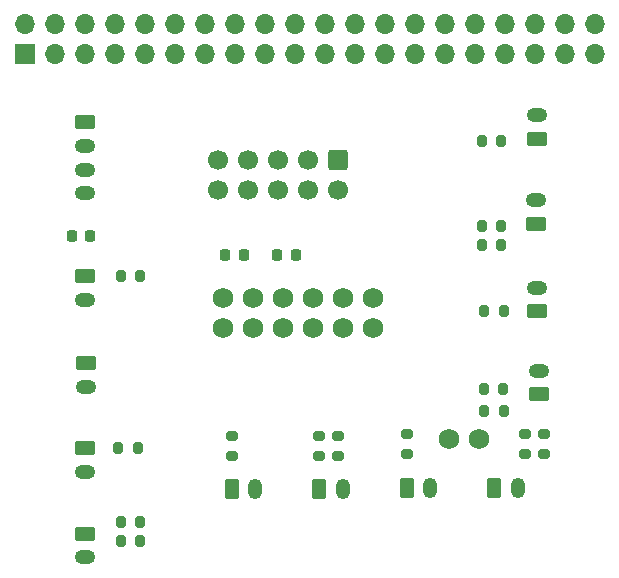
<source format=gbr>
%TF.GenerationSoftware,KiCad,Pcbnew,(5.99.0-12181-g5e8b23af64)*%
%TF.CreationDate,2021-11-12T15:18:20+01:00*%
%TF.ProjectId,phoniebox_shield,70686f6e-6965-4626-9f78-5f736869656c,rev?*%
%TF.SameCoordinates,Original*%
%TF.FileFunction,Soldermask,Top*%
%TF.FilePolarity,Negative*%
%FSLAX46Y46*%
G04 Gerber Fmt 4.6, Leading zero omitted, Abs format (unit mm)*
G04 Created by KiCad (PCBNEW (5.99.0-12181-g5e8b23af64)) date 2021-11-12 15:18:20*
%MOMM*%
%LPD*%
G01*
G04 APERTURE LIST*
G04 Aperture macros list*
%AMRoundRect*
0 Rectangle with rounded corners*
0 $1 Rounding radius*
0 $2 $3 $4 $5 $6 $7 $8 $9 X,Y pos of 4 corners*
0 Add a 4 corners polygon primitive as box body*
4,1,4,$2,$3,$4,$5,$6,$7,$8,$9,$2,$3,0*
0 Add four circle primitives for the rounded corners*
1,1,$1+$1,$2,$3*
1,1,$1+$1,$4,$5*
1,1,$1+$1,$6,$7*
1,1,$1+$1,$8,$9*
0 Add four rect primitives between the rounded corners*
20,1,$1+$1,$2,$3,$4,$5,0*
20,1,$1+$1,$4,$5,$6,$7,0*
20,1,$1+$1,$6,$7,$8,$9,0*
20,1,$1+$1,$8,$9,$2,$3,0*%
G04 Aperture macros list end*
%ADD10C,1.750000*%
%ADD11RoundRect,0.250000X-0.625000X0.350000X-0.625000X-0.350000X0.625000X-0.350000X0.625000X0.350000X0*%
%ADD12O,1.750000X1.200000*%
%ADD13RoundRect,0.250000X-0.350000X-0.625000X0.350000X-0.625000X0.350000X0.625000X-0.350000X0.625000X0*%
%ADD14O,1.200000X1.750000*%
%ADD15RoundRect,0.250000X0.625000X-0.350000X0.625000X0.350000X-0.625000X0.350000X-0.625000X-0.350000X0*%
%ADD16RoundRect,0.250000X-0.600000X0.600000X-0.600000X-0.600000X0.600000X-0.600000X0.600000X0.600000X0*%
%ADD17C,1.700000*%
%ADD18R,1.700000X1.700000*%
%ADD19O,1.700000X1.700000*%
%ADD20RoundRect,0.200000X-0.275000X0.200000X-0.275000X-0.200000X0.275000X-0.200000X0.275000X0.200000X0*%
%ADD21RoundRect,0.200000X0.200000X0.275000X-0.200000X0.275000X-0.200000X-0.275000X0.200000X-0.275000X0*%
%ADD22RoundRect,0.200000X-0.200000X-0.275000X0.200000X-0.275000X0.200000X0.275000X-0.200000X0.275000X0*%
%ADD23RoundRect,0.225000X-0.225000X-0.250000X0.225000X-0.250000X0.225000X0.250000X-0.225000X0.250000X0*%
G04 APERTURE END LIST*
D10*
%TO.C,U101*%
X99250000Y-105660000D03*
X101790000Y-105660000D03*
X104330000Y-105660000D03*
X106870000Y-105660000D03*
X109410000Y-105660000D03*
X111950000Y-105660000D03*
X99250000Y-108200000D03*
X101790000Y-108200000D03*
X104330000Y-108200000D03*
X106870000Y-108200000D03*
X109410000Y-108200000D03*
X111950000Y-108200000D03*
X120950000Y-117600000D03*
X118410000Y-117600000D03*
%TD*%
D11*
%TO.C,J103*%
X87600000Y-90800000D03*
D12*
X87600000Y-92800000D03*
X87600000Y-94800000D03*
X87600000Y-96800000D03*
%TD*%
D13*
%TO.C,J115*%
X122200000Y-121750000D03*
D14*
X124200000Y-121750000D03*
%TD*%
D13*
%TO.C,J114*%
X114800000Y-121750000D03*
D14*
X116800000Y-121750000D03*
%TD*%
D13*
%TO.C,J113*%
X107400000Y-121800000D03*
D14*
X109400000Y-121800000D03*
%TD*%
D13*
%TO.C,J112*%
X100000000Y-121800000D03*
D14*
X102000000Y-121800000D03*
%TD*%
D11*
%TO.C,J111*%
X87650000Y-111200000D03*
D12*
X87650000Y-113200000D03*
%TD*%
D11*
%TO.C,J110*%
X87600000Y-103800000D03*
D12*
X87600000Y-105800000D03*
%TD*%
D15*
%TO.C,J109*%
X125750000Y-99400000D03*
D12*
X125750000Y-97400000D03*
%TD*%
D15*
%TO.C,J108*%
X125800000Y-92200000D03*
D12*
X125800000Y-90200000D03*
%TD*%
D15*
%TO.C,J107*%
X126000000Y-113800000D03*
D12*
X126000000Y-111800000D03*
%TD*%
D15*
%TO.C,J106*%
X125800000Y-106800000D03*
D12*
X125800000Y-104800000D03*
%TD*%
D11*
%TO.C,J105*%
X87600000Y-125600000D03*
D12*
X87600000Y-127600000D03*
%TD*%
%TO.C,J104*%
X87600000Y-120400000D03*
D11*
X87600000Y-118400000D03*
%TD*%
D16*
%TO.C,J102*%
X109000000Y-94000000D03*
D17*
X106460000Y-94000000D03*
X103920000Y-94000000D03*
X101380000Y-94000000D03*
X98840000Y-94000000D03*
X109000000Y-96540000D03*
X106460000Y-96540000D03*
X103920000Y-96540000D03*
X101380000Y-96540000D03*
X98840000Y-96540000D03*
%TD*%
D18*
%TO.C,J101*%
X82470000Y-84980000D03*
D19*
X82470000Y-82440000D03*
X85010000Y-84980000D03*
X85010000Y-82440000D03*
X87550000Y-84980000D03*
X87550000Y-82440000D03*
X90090000Y-84980000D03*
X90090000Y-82440000D03*
X92630000Y-84980000D03*
X92630000Y-82440000D03*
X95170000Y-84980000D03*
X95170000Y-82440000D03*
X97710000Y-84980000D03*
X97710000Y-82440000D03*
X100250000Y-84980000D03*
X100250000Y-82440000D03*
X102790000Y-84980000D03*
X102790000Y-82440000D03*
X105330000Y-84980000D03*
X105330000Y-82440000D03*
X107870000Y-84980000D03*
X107870000Y-82440000D03*
X110410000Y-84980000D03*
X110410000Y-82440000D03*
X112950000Y-84980000D03*
X112950000Y-82440000D03*
X115490000Y-84980000D03*
X115490000Y-82440000D03*
X118030000Y-84980000D03*
X118030000Y-82440000D03*
X120570000Y-84980000D03*
X120570000Y-82440000D03*
X123110000Y-84980000D03*
X123110000Y-82440000D03*
X125650000Y-84980000D03*
X125650000Y-82440000D03*
X128190000Y-84980000D03*
X128190000Y-82440000D03*
X130730000Y-84980000D03*
X130730000Y-82440000D03*
%TD*%
D20*
%TO.C,R116*%
X124800000Y-117175000D03*
X124800000Y-118825000D03*
%TD*%
%TO.C,R115*%
X126400000Y-117175000D03*
X126400000Y-118825000D03*
%TD*%
%TO.C,R114*%
X114800000Y-117175000D03*
X114800000Y-118825000D03*
%TD*%
%TO.C,R113*%
X107400000Y-117375000D03*
X107400000Y-119025000D03*
%TD*%
%TO.C,R112*%
X109000000Y-117375000D03*
X109000000Y-119025000D03*
%TD*%
%TO.C,R111*%
X100000000Y-117375000D03*
X100000000Y-119025000D03*
%TD*%
D21*
%TO.C,R110*%
X92225000Y-103800000D03*
X90575000Y-103800000D03*
%TD*%
D22*
%TO.C,R109*%
X121175000Y-101200000D03*
X122825000Y-101200000D03*
%TD*%
%TO.C,R108*%
X121175000Y-99600000D03*
X122825000Y-99600000D03*
%TD*%
%TO.C,R107*%
X122825000Y-92400000D03*
X121175000Y-92400000D03*
%TD*%
%TO.C,R106*%
X121350000Y-113400000D03*
X123000000Y-113400000D03*
%TD*%
%TO.C,R105*%
X121375000Y-115200000D03*
X123025000Y-115200000D03*
%TD*%
%TO.C,R104*%
X121375000Y-106800000D03*
X123025000Y-106800000D03*
%TD*%
D21*
%TO.C,R103*%
X92225000Y-124600000D03*
X90575000Y-124600000D03*
%TD*%
%TO.C,R102*%
X92225000Y-126200000D03*
X90575000Y-126200000D03*
%TD*%
%TO.C,R101*%
X92025000Y-118400000D03*
X90375000Y-118400000D03*
%TD*%
D23*
%TO.C,C103*%
X103850000Y-102000000D03*
X105400000Y-102000000D03*
%TD*%
%TO.C,C102*%
X86425000Y-100400000D03*
X87975000Y-100400000D03*
%TD*%
%TO.C,C101*%
X99450000Y-102000000D03*
X101000000Y-102000000D03*
%TD*%
M02*

</source>
